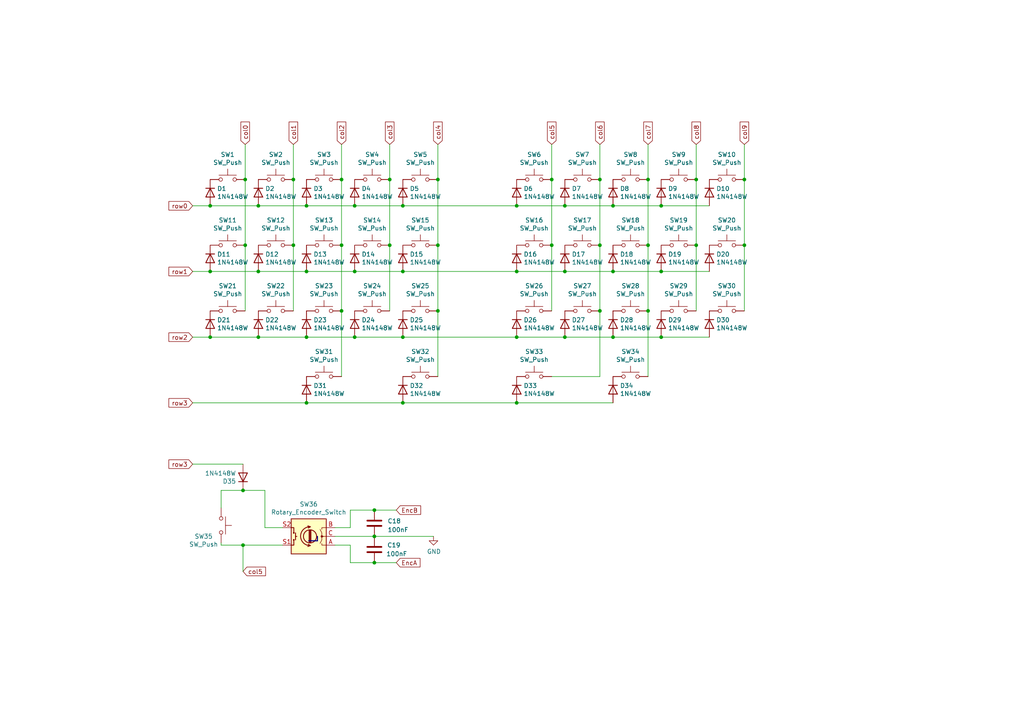
<source format=kicad_sch>
(kicad_sch (version 20230121) (generator eeschema)
  (paper "A4")
  (title_block (title "Hotswap Chiffre") (date "2023-07-13") (rev "0.2.2") (company "sporkus"))
  (lib_symbols
    (symbol "Device:C" (pin_numbers hide) (pin_names (offset 0.254))
      (property "Reference" "C" (at 0.635 2.54 0))
      (property "Value" "C" (at 0.635 -2.54 0))
      (symbol "C_0_1"
        (polyline (pts (xy -2.032 -0.762) (xy 2.032 -0.762)) (stroke (width 0.508)))
        (polyline (pts (xy -2.032 0.762) (xy 2.032 0.762)) (stroke (width 0.508)))
      )
      (symbol "C_1_1"
        (pin passive line (at 0 3.81 270) (length 2.794) (name "~") (number "1"))
        (pin passive line (at 0 -3.81 90) (length 2.794) (name "~") (number "2"))
      )
    )
    (symbol "Diode:1N4148" (pin_numbers hide) (pin_names hide)
      (property "Reference" "D" (at 0 2.54 0))
      (property "Value" "1N4148" (at 0 -2.54 0))
      (symbol "1N4148_0_1"
        (polyline (pts (xy -1.27 1.27) (xy -1.27 -1.27)) (stroke (width 0.254)))
        (polyline (pts (xy 1.27 0) (xy -1.27 0)))
        (polyline (pts (xy 1.27 1.27) (xy 1.27 -1.27) (xy -1.27 0) (xy 1.27 1.27)) (stroke (width 0.254)))
      )
      (symbol "1N4148_1_1"
        (pin passive line (at -3.81 0 0) (length 2.54) (name "K") (number "1"))
        (pin passive line (at 3.81 0 180) (length 2.54) (name "A") (number "2"))
      )
    )
    (symbol "LeChiffre-rescue:Rotary_Encoder_Switch-Device" (pin_names (offset 0.254) hide)
      (property "Reference" "SW" (at 0 6.604 0))
      (property "Value" "Rotary_Encoder_Switch-Device" (at 0 -6.604 0))
      (symbol "Rotary_Encoder_Switch-Device_0_1"
        (rectangle (start -5.08 5.08) (end 5.08 -5.08) (stroke (width 0.254)) (fill (type background)))
        (circle (center -3.81 0) (radius 0.254) (fill (type outline)))
        (arc (start -0.381 -2.794) (mid 2.3376 -0.0635) (end -0.381 2.667) (stroke (width 0.254)))
        (circle (center -0.381 0) (radius 1.905) (stroke (width 0.254)))
        (polyline (pts (xy -0.635 -1.778) (xy -0.635 1.778)) (stroke (width 0.254)))
        (polyline (pts (xy -0.381 -1.778) (xy -0.381 1.778)) (stroke (width 0.254)))
        (polyline (pts (xy -0.127 1.778) (xy -0.127 -1.778)) (stroke (width 0.254)))
        (polyline (pts (xy 3.81 0) (xy 3.429 0)) (stroke (width 0.254)))
        (polyline (pts (xy 3.81 1.016) (xy 3.81 -1.016)) (stroke (width 0.254)))
        (polyline (pts (xy -5.08 -2.54) (xy -3.81 -2.54) (xy -3.81 -2.032)))
        (polyline (pts (xy -5.08 2.54) (xy -3.81 2.54) (xy -3.81 2.032)))
        (polyline (pts (xy 0.254 -3.048) (xy -0.508 -2.794) (xy 0.127 -2.413)) (stroke (width 0.254)))
        (polyline (pts (xy 0.254 2.921) (xy -0.508 2.667) (xy 0.127 2.286)) (stroke (width 0.254)))
        (polyline (pts (xy 5.08 -2.54) (xy 4.318 -2.54) (xy 4.318 -1.016)) (stroke (width 0.254)))
        (polyline (pts (xy 5.08 2.54) (xy 4.318 2.54) (xy 4.318 1.016)) (stroke (width 0.254)))
        (polyline (pts (xy -5.08 0) (xy -3.81 0) (xy -3.81 -1.016) (xy -3.302 -2.032)))
        (polyline (pts (xy -4.318 0) (xy -3.81 0) (xy -3.81 1.016) (xy -3.302 2.032)))
        (circle (center 4.318 -1.016) (radius 0.127) (stroke (width 0.254)))
        (circle (center 4.318 1.016) (radius 0.127) (stroke (width 0.254)))
      )
      (symbol "Rotary_Encoder_Switch-Device_1_1"
        (pin passive line (at -7.62 2.54 0) (length 2.54) (name "A") (number "A"))
        (pin passive line (at -7.62 -2.54 0) (length 2.54) (name "B") (number "B"))
        (pin passive line (at -7.62 0 0) (length 2.54) (name "C") (number "C"))
        (pin passive line (at 7.62 2.54 180) (length 2.54) (name "S1") (number "S1"))
        (pin passive line (at 7.62 -2.54 180) (length 2.54) (name "S2") (number "S2"))
      )
    )
    (symbol "Switch:SW_Push" (pin_numbers hide) (pin_names (offset 1.016) hide)
      (property "Reference" "SW" (at 1.27 2.54 0))
      (property "Value" "SW_Push" (at 0 -1.524 0))
      (symbol "SW_Push_0_1"
        (circle (center -2.032 0) (radius 0.508))
        (polyline (pts (xy 0 1.27) (xy 0 3.048)))
        (polyline (pts (xy 2.54 1.27) (xy -2.54 1.27)))
        (circle (center 2.032 0) (radius 0.508))
        (pin passive line (at -5.08 0 0) (length 2.54) (name "1") (number "1"))
        (pin passive line (at 5.08 0 180) (length 2.54) (name "2") (number "2"))
      )
    )
    (symbol "power:GND" (power) (pin_names (offset 0))
      (property "Value" "GND" (at 0 -3.81 0))
      (symbol "GND_0_1"
        (polyline (pts (xy 0 0) (xy 0 -1.27) (xy 1.27 -1.27) (xy 0 -2.54) (xy -1.27 -1.27) (xy 0 -1.27)))
      )
      (symbol "GND_1_1"
        (pin power_in line (at 0 0 270) (length 0) hide (name "GND") (number "1"))
      )
    )
  )
  (junction (at 187.96 52.07))
  (junction (at 102.87 78.74))
  (junction (at 70.485 142.24))
  (junction (at 191.77 97.79))
  (junction (at 160.02 71.12))
  (junction (at 160.02 52.07))
  (junction (at 116.84 116.84))
  (junction (at 127 90.17))
  (junction (at 74.93 59.69))
  (junction (at 108.585 163.195))
  (junction (at 60.96 59.69))
  (junction (at 127 71.12))
  (junction (at 163.83 97.79))
  (junction (at 108.585 147.955))
  (junction (at 70.485 158.115))
  (junction (at 88.9 97.79))
  (junction (at 149.86 78.74))
  (junction (at 113.03 52.07))
  (junction (at 74.93 97.79))
  (junction (at 71.12 71.12))
  (junction (at 191.77 78.74))
  (junction (at 99.06 90.17))
  (junction (at 177.8 59.69))
  (junction (at 187.96 71.12))
  (junction (at 99.06 52.07))
  (junction (at 215.9 71.12))
  (junction (at 85.09 71.12))
  (junction (at 60.96 78.74))
  (junction (at 102.87 59.69))
  (junction (at 201.93 71.12))
  (junction (at 108.585 155.575))
  (junction (at 187.96 90.17))
  (junction (at 163.83 59.69))
  (junction (at 88.9 78.74))
  (junction (at 88.9 116.84))
  (junction (at 60.96 97.79))
  (junction (at 71.12 52.07))
  (junction (at 149.86 59.69))
  (junction (at 191.77 59.69))
  (junction (at 149.86 116.84))
  (junction (at 74.93 78.74))
  (junction (at 173.99 71.12))
  (junction (at 88.9 59.69))
  (junction (at 85.09 52.07))
  (junction (at 215.9 52.07))
  (junction (at 116.84 59.69))
  (junction (at 173.99 52.07))
  (junction (at 116.84 97.79))
  (junction (at 201.93 52.07))
  (junction (at 177.8 97.79))
  (junction (at 116.84 78.74))
  (junction (at 113.03 71.12))
  (junction (at 149.86 97.79))
  (junction (at 127 52.07))
  (junction (at 173.99 90.17))
  (junction (at 99.06 71.12))
  (junction (at 163.83 78.74))
  (junction (at 102.87 97.79))
  (junction (at 177.8 78.74))
  (wire (pts (xy 149.86 59.69) (xy 163.83 59.69)))
  (wire (pts (xy 113.03 52.07) (xy 113.03 71.12)))
  (wire (pts (xy 108.585 147.955) (xy 101.6 147.955)))
  (wire (pts (xy 163.83 59.69) (xy 177.8 59.69)))
  (wire (pts (xy 127 71.12) (xy 127 90.17)))
  (wire (pts (xy 102.87 97.79) (xy 116.84 97.79)))
  (bus (pts (xy 92.075 155.575) (xy 92.075 156.845)))
  (wire (pts (xy 99.06 41.91) (xy 99.06 52.07)))
  (wire (pts (xy 70.485 158.115) (xy 81.915 158.115)))
  (wire (pts (xy 160.02 52.07) (xy 160.02 71.12)))
  (wire (pts (xy 127 41.91) (xy 127 52.07)))
  (wire (pts (xy 108.585 155.575) (xy 125.73 155.575)))
  (wire (pts (xy 191.77 97.79) (xy 205.74 97.79)))
  (wire (pts (xy 201.93 52.07) (xy 201.93 71.12)))
  (wire (pts (xy 85.09 71.12) (xy 85.09 90.17)))
  (wire (pts (xy 99.06 90.17) (xy 99.06 109.22)))
  (wire (pts (xy 173.99 90.17) (xy 173.99 109.22)))
  (wire (pts (xy 76.835 153.035) (xy 81.915 153.035)))
  (wire (pts (xy 71.12 71.12) (xy 71.12 90.17)))
  (wire (pts (xy 173.99 41.91) (xy 173.99 52.07)))
  (wire (pts (xy 116.84 59.69) (xy 149.86 59.69)))
  (wire (pts (xy 173.99 52.07) (xy 173.99 71.12)))
  (wire (pts (xy 70.485 158.115) (xy 70.485 165.735)))
  (wire (pts (xy 187.96 41.91) (xy 187.96 52.07)))
  (wire (pts (xy 101.6 147.955) (xy 101.6 153.035)))
  (wire (pts (xy 74.93 78.74) (xy 88.9 78.74)))
  (bus (pts (xy 92.075 156.845) (xy 89.535 156.845)))
  (wire (pts (xy 116.84 116.84) (xy 149.86 116.84)))
  (wire (pts (xy 64.135 158.115) (xy 70.485 158.115)))
  (wire (pts (xy 108.585 147.955) (xy 114.935 147.955)))
  (wire (pts (xy 113.03 41.91) (xy 113.03 52.07)))
  (wire (pts (xy 116.84 78.74) (xy 149.86 78.74)))
  (wire (pts (xy 149.86 78.74) (xy 163.83 78.74)))
  (wire (pts (xy 55.88 97.79) (xy 60.96 97.79)))
  (wire (pts (xy 163.83 97.79) (xy 177.8 97.79)))
  (wire (pts (xy 215.9 71.12) (xy 215.9 90.17)))
  (wire (pts (xy 88.9 116.84) (xy 116.84 116.84)))
  (wire (pts (xy 215.9 41.91) (xy 215.9 52.07)))
  (wire (pts (xy 160.02 71.12) (xy 160.02 90.17)))
  (wire (pts (xy 55.88 116.84) (xy 88.9 116.84)))
  (wire (pts (xy 55.88 78.74) (xy 60.96 78.74)))
  (wire (pts (xy 74.93 59.69) (xy 88.9 59.69)))
  (wire (pts (xy 113.03 71.12) (xy 113.03 90.17)))
  (wire (pts (xy 191.77 59.69) (xy 205.74 59.69)))
  (wire (pts (xy 55.88 59.69) (xy 60.96 59.69)))
  (wire (pts (xy 201.93 71.12) (xy 201.93 90.17)))
  (wire (pts (xy 88.9 59.69) (xy 102.87 59.69)))
  (wire (pts (xy 102.87 78.74) (xy 116.84 78.74)))
  (wire (pts (xy 64.135 158.115) (xy 64.135 157.48)))
  (wire (pts (xy 215.9 52.07) (xy 215.9 71.12)))
  (wire (pts (xy 88.9 97.79) (xy 102.87 97.79)))
  (wire (pts (xy 64.135 147.32) (xy 64.135 142.24)))
  (wire (pts (xy 187.96 52.07) (xy 187.96 71.12)))
  (wire (pts (xy 60.96 97.79) (xy 74.93 97.79)))
  (wire (pts (xy 127 90.17) (xy 127 109.22)))
  (wire (pts (xy 177.8 97.79) (xy 191.77 97.79)))
  (wire (pts (xy 173.99 109.22) (xy 160.02 109.22)))
  (wire (pts (xy 101.6 163.195) (xy 108.585 163.195)))
  (wire (pts (xy 173.99 71.12) (xy 173.99 90.17)))
  (wire (pts (xy 116.84 97.79) (xy 149.86 97.79)))
  (wire (pts (xy 187.96 71.12) (xy 187.96 90.17)))
  (wire (pts (xy 85.09 41.91) (xy 85.09 52.07)))
  (wire (pts (xy 108.585 155.575) (xy 97.155 155.575)))
  (wire (pts (xy 149.86 116.84) (xy 177.8 116.84)))
  (wire (pts (xy 70.485 142.24) (xy 76.835 142.24)))
  (wire (pts (xy 101.6 158.115) (xy 97.155 158.115)))
  (wire (pts (xy 160.02 41.91) (xy 160.02 52.07)))
  (wire (pts (xy 101.6 163.195) (xy 101.6 158.115)))
  (wire (pts (xy 71.12 52.07) (xy 71.12 71.12)))
  (wire (pts (xy 108.585 163.195) (xy 114.935 163.195)))
  (wire (pts (xy 85.09 52.07) (xy 85.09 71.12)))
  (wire (pts (xy 88.9 78.74) (xy 102.87 78.74)))
  (wire (pts (xy 127 52.07) (xy 127 71.12)))
  (wire (pts (xy 99.06 52.07) (xy 99.06 71.12)))
  (wire (pts (xy 163.83 78.74) (xy 177.8 78.74)))
  (wire (pts (xy 201.93 41.91) (xy 201.93 52.07)))
  (wire (pts (xy 99.06 71.12) (xy 99.06 90.17)))
  (wire (pts (xy 64.135 142.24) (xy 70.485 142.24)))
  (wire (pts (xy 191.77 78.74) (xy 205.74 78.74)))
  (wire (pts (xy 177.8 59.69) (xy 191.77 59.69)))
  (wire (pts (xy 71.12 52.07) (xy 71.12 41.91)))
  (wire (pts (xy 76.835 142.24) (xy 76.835 153.035)))
  (wire (pts (xy 149.86 97.79) (xy 163.83 97.79)))
  (wire (pts (xy 187.96 90.17) (xy 187.96 109.22)))
  (wire (pts (xy 55.88 134.62) (xy 70.485 134.62)))
  (wire (pts (xy 177.8 78.74) (xy 191.77 78.74)))
  (wire (pts (xy 101.6 153.035) (xy 97.155 153.035)))
  (wire (pts (xy 60.96 78.74) (xy 74.93 78.74)))
  (wire (pts (xy 74.93 97.79) (xy 88.9 97.79)))
  (wire (pts (xy 102.87 59.69) (xy 116.84 59.69)))
  (wire (pts (xy 60.96 59.69) (xy 74.93 59.69)))
  (global_label "col7" (shape input) (at 187.96 41.91 90) (property "Intersheetrefs" "${INTERSHEET_REFS}" (effects hide)))
  (global_label "col2" (shape input) (at 99.06 41.91 90) (property "Intersheetrefs" "${INTERSHEET_REFS}" (effects hide)))
  (global_label "col8" (shape input) (at 201.93 41.91 90) (property "Intersheetrefs" "${INTERSHEET_REFS}" (effects hide)))
  (global_label "EncB" (shape input) (at 114.935 147.955 0) (property "Intersheetrefs" "${INTERSHEET_REFS}" (effects hide)))
  (global_label "col0" (shape input) (at 71.12 41.91 90) (property "Intersheetrefs" "${INTERSHEET_REFS}" (effects hide)))
  (global_label "col3" (shape input) (at 113.03 41.91 90) (property "Intersheetrefs" "${INTERSHEET_REFS}" (effects hide)))
  (global_label "col4" (shape input) (at 127 41.91 90) (property "Intersheetrefs" "${INTERSHEET_REFS}" (effects hide)))
  (global_label "row1" (shape input) (at 55.88 78.74 180) (property "Intersheetrefs" "${INTERSHEET_REFS}" (effects hide)))
  (global_label "row2" (shape input) (at 55.88 97.79 180) (property "Intersheetrefs" "${INTERSHEET_REFS}" (effects hide)))
  (global_label "row3" (shape input) (at 55.88 116.84 180) (property "Intersheetrefs" "${INTERSHEET_REFS}" (effects hide)))
  (global_label "col1" (shape input) (at 85.09 41.91 90) (property "Intersheetrefs" "${INTERSHEET_REFS}" (effects hide)))
  (global_label "col5" (shape input) (at 70.485 165.735 0) (property "Intersheetrefs" "${INTERSHEET_REFS}" (effects hide)))
  (global_label "col5" (shape input) (at 160.02 41.91 90) (property "Intersheetrefs" "${INTERSHEET_REFS}" (effects hide)))
  (global_label "row0" (shape input) (at 55.88 59.69 180) (property "Intersheetrefs" "${INTERSHEET_REFS}" (effects hide)))
  (global_label "col9" (shape input) (at 215.9 41.91 90) (property "Intersheetrefs" "${INTERSHEET_REFS}" (effects hide)))
  (global_label "EncA" (shape input) (at 114.935 163.195 0) (property "Intersheetrefs" "${INTERSHEET_REFS}" (effects hide)))
  (global_label "row3" (shape input) (at 55.88 134.62 180) (property "Intersheetrefs" "${INTERSHEET_REFS}" (effects hide)))
  (global_label "col6" (shape input) (at 173.99 41.91 90) (property "Intersheetrefs" "${INTERSHEET_REFS}" (effects hide)))
  (symbol (lib_id "Diode:1N4148") (at 205.74 74.93 270) (unit 1)
    (property "Reference" "D20" (at 207.7466 73.7616 90) (effects (justify left)))
    (property "Value" "1N4148W" (at 207.7466 76.073 90) (effects (justify left)))
    (property "Footprint" "Diode_SMD:D_SOD-123" (effects hide))
    (property "Datasheet" "https://assets.nexperia.com/documents/data-sheet/1N4148_1N4448.pdf" (effects hide))
    (property "JlcRotOffset" "-14" (effects hide))
    (instances (project "stm32_hotswap_chiffre" (path "" (reference "D20") (unit 1))) (project "LeChiffre" (path "" (reference "D?") (unit 1))) (project "typomatrix_stm32" (path "" (reference "D20") (unit 1))))
  )
  (symbol (lib_id "Diode:1N4148") (at 102.87 74.93 270) (unit 1)
    (property "Reference" "D14" (at 104.8766 73.7616 90) (effects (justify left)))
    (property "Value" "1N4148W" (at 104.8766 76.073 90) (effects (justify left)))
    (property "Footprint" "Diode_SMD:D_SOD-123" (effects hide))
    (property "Datasheet" "https://assets.nexperia.com/documents/data-sheet/1N4148_1N4448.pdf" (effects hide))
    (property "JlcRotOffset" "14" (effects hide))
    (instances (project "stm32_hotswap_chiffre" (path "" (reference "D14") (unit 1))) (project "LeChiffre" (path "" (reference "D?") (unit 1))) (project "typomatrix_stm32" (path "" (reference "D14") (unit 1))))
  )
  (symbol (lib_id "Diode:1N4148") (at 177.8 113.03 270) (unit 1)
    (property "Reference" "D34" (at 179.8066 111.8616 90) (effects (justify left)))
    (property "Value" "1N4148W" (at 179.8066 114.173 90) (effects (justify left)))
    (property "Footprint" "Diode_SMD:D_SOD-123" (effects hide))
    (property "Datasheet" "https://assets.nexperia.com/documents/data-sheet/1N4148_1N4448.pdf" (effects hide))
    (property "JlcRotOffset" "-14" (effects hide))
    (instances (project "stm32_hotswap_chiffre" (path "" (reference "D34") (unit 1))) (project "LeChiffre" (path "" (reference "D?") (unit 1))) (project "typomatrix_stm32" (path "" (reference "D34") (unit 1))))
  )
  (symbol (lib_id "Diode:1N4148") (at 70.485 138.43 90) (unit 1)
    (property "Reference" "D35" (at 68.4784 139.5984 90) (effects (justify left)))
    (property "Value" "1N4148W" (at 68.4784 137.287 90) (effects (justify left)))
    (property "Footprint" "Diode_SMD:D_SOD-123" (effects hide))
    (property "Datasheet" "https://assets.nexperia.com/documents/data-sheet/1N4148_1N4448.pdf" (effects hide))
    (property "JlcRotOffset" "0" (effects hide))
    (instances (project "stm32_hotswap_chiffre" (path "" (reference "D35") (unit 1))) (project "LeChiffre" (path "" (reference "D?") (unit 1))) (project "typomatrix_stm32" (path "" (reference "D35") (unit 1))))
  )
  (symbol (lib_id "Switch:SW_Push") (at 64.135 152.4 270) (unit 1)
    (property "Reference" "SW35" (at 59.055 155.575 90))
    (property "Value" "SW_Push" (at 59.055 157.8864 90))
    (property "Footprint" "MX_Alps_Hybrid:MX-Alps-Hybrid-1U" (effects hide))
    (property "exclude_pcba" "true" (effects hide))
    (instances (project "stm32_hotswap_chiffre" (path "" (reference "SW35") (unit 1))) (project "LeChiffre" (path "" (reference "SW?") (unit 1))) (project "typomatrix_stm32" (path "" (reference "SW35") (unit 1))))
  )
  (symbol (lib_id "Switch:SW_Push") (at 80.01 90.17 0) (unit 1)
    (property "Reference" "SW22" (at 80.01 82.931 0))
    (property "Value" "SW_Push" (at 80.01 85.2424 0))
    (property "Footprint" "MX_hotswap_alps:MX-Hotswap-Alps-1U" (effects hide))
    (property "exclude_pcba" "true" (effects hide))
    (instances (project "stm32_hotswap_chiffre" (path "" (reference "SW22") (unit 1))) (project "LeChiffre" (path "" (reference "SW?") (unit 1))) (project "typomatrix_stm32" (path "" (reference "SW22") (unit 1))))
  )
  (symbol (lib_id "Diode:1N4148") (at 116.84 55.88 270) (unit 1)
    (property "Reference" "D5" (at 118.8466 54.7116 90) (effects (justify left)))
    (property "Value" "1N4148W" (at 118.8466 57.023 90) (effects (justify left)))
    (property "Footprint" "Diode_SMD:D_SOD-123" (effects hide))
    (property "Datasheet" "https://assets.nexperia.com/documents/data-sheet/1N4148_1N4448.pdf" (effects hide))
    (property "JlcRotOffset" "14" (effects hide))
    (instances (project "stm32_hotswap_chiffre" (path "" (reference "D5") (unit 1))) (project "LeChiffre" (path "" (reference "D?") (unit 1))) (project "typomatrix_stm32" (path "" (reference "D5") (unit 1))))
  )
  (symbol (lib_id "Diode:1N4148") (at 88.9 93.98 270) (unit 1)
    (property "Reference" "D23" (at 90.9066 92.8116 90) (effects (justify left)))
    (property "Value" "1N4148W" (at 90.9066 95.123 90) (effects (justify left)))
    (property "Footprint" "Diode_SMD:D_SOD-123" (effects hide))
    (property "Datasheet" "https://assets.nexperia.com/documents/data-sheet/1N4148_1N4448.pdf" (effects hide))
    (property "JlcRotOffset" "14" (effects hide))
    (instances (project "stm32_hotswap_chiffre" (path "" (reference "D23") (unit 1))) (project "LeChiffre" (path "" (reference "D?") (unit 1))) (project "typomatrix_stm32" (path "" (reference "D23") (unit 1))))
  )
  (symbol (lib_id "Diode:1N4148") (at 74.93 74.93 270) (unit 1)
    (property "Reference" "D12" (at 76.9366 73.7616 90) (effects (justify left)))
    (property "Value" "1N4148W" (at 76.9366 76.073 90) (effects (justify left)))
    (property "Footprint" "Diode_SMD:D_SOD-123" (effects hide))
    (property "Datasheet" "https://assets.nexperia.com/documents/data-sheet/1N4148_1N4448.pdf" (effects hide))
    (property "JlcRotOffset" "14" (effects hide))
    (instances (project "stm32_hotswap_chiffre" (path "" (reference "D12") (unit 1))) (project "LeChiffre" (path "" (reference "D?") (unit 1))) (project "typomatrix_stm32" (path "" (reference "D12") (unit 1))))
  )
  (symbol (lib_id "Switch:SW_Push") (at 196.85 71.12 0) (unit 1)
    (property "Reference" "SW19" (at 196.85 63.881 0))
    (property "Value" "SW_Push" (at 196.85 66.1924 0))
    (property "Footprint" "MX_hotswap_alps:MX-Hotswap-Alps-1U" (effects hide))
    (property "exclude_pcba" "true" (effects hide))
    (instances (project "stm32_hotswap_chiffre" (path "" (reference "SW19") (unit 1))) (project "LeChiffre" (path "" (reference "SW?") (unit 1))) (project "typomatrix_stm32" (path "" (reference "SW19") (unit 1))))
  )
  (symbol (lib_id "Switch:SW_Push") (at 121.92 71.12 0) (unit 1)
    (property "Reference" "SW15" (at 121.92 63.881 0))
    (property "Value" "SW_Push" (at 121.92 66.1924 0))
    (property "Footprint" "MX_hotswap_alps:MX-Hotswap-Alps-1U" (effects hide))
    (property "exclude_pcba" "true" (effects hide))
    (instances (project "stm32_hotswap_chiffre" (path "" (reference "SW15") (unit 1))) (project "LeChiffre" (path "" (reference "SW?") (unit 1))) (project "typomatrix_stm32" (path "" (reference "SW15") (unit 1))))
  )
  (symbol (lib_id "Device:C") (at 108.585 151.765 0) (unit 1)
    (property "Reference" "C18" (at 112.395 151.13 0) (effects (justify left)))
    (property "Value" "100nF" (at 112.395 153.67 0) (effects (justify left)))
    (property "Footprint" "Capacitor_SMD:C_0402_1005Metric" (effects hide))
    (property "LCSC" "C307331" (effects hide))
    (instances (project "key_matrix" (path "" (reference "C18") (unit 1))) (project "bully" (path "" (reference "C18") (unit 1))) (project "stm32_hotswap_chiffre" (path "" (reference "C9") (unit 1))) (project "typomatrix_stm32" (path "" (reference "C18") (unit 1))))
  )
  (symbol (lib_id "Diode:1N4148") (at 177.8 93.98 270) (unit 1)
    (property "Reference" "D28" (at 179.8066 92.8116 90) (effects (justify left)))
    (property "Value" "1N4148W" (at 179.8066 95.123 90) (effects (justify left)))
    (property "Footprint" "Diode_SMD:D_SOD-123" (effects hide))
    (property "Datasheet" "https://assets.nexperia.com/documents/data-sheet/1N4148_1N4448.pdf" (effects hide))
    (property "JlcRotOffset" "-14" (effects hide))
    (instances (project "stm32_hotswap_chiffre" (path "" (reference "D28") (unit 1))) (project "LeChiffre" (path "" (reference "D?") (unit 1))) (project "typomatrix_stm32" (path "" (reference "D28") (unit 1))))
  )
  (symbol (lib_id "Diode:1N4148") (at 149.86 113.03 270) (unit 1)
    (property "Reference" "D33" (at 151.8666 111.8616 90) (effects (justify left)))
    (property "Value" "1N4148W" (at 151.8666 114.173 90) (effects (justify left)))
    (property "Footprint" "Diode_SMD:D_SOD-123" (effects hide))
    (property "Datasheet" "https://assets.nexperia.com/documents/data-sheet/1N4148_1N4448.pdf" (effects hide))
    (property "JlcRotOffset" "-14" (effects hide))
    (instances (project "stm32_hotswap_chiffre" (path "" (reference "D33") (unit 1))) (project "LeChiffre" (path "" (reference "D?") (unit 1))) (project "typomatrix_stm32" (path "" (reference "D33") (unit 1))))
  )
  (symbol (lib_id "Switch:SW_Push") (at 182.88 71.12 0) (unit 1)
    (property "Reference" "SW18" (at 182.88 63.881 0))
    (property "Value" "SW_Push" (at 182.88 66.1924 0))
    (property "Footprint" "MX_hotswap_alps:MX-Hotswap-Alps-1U" (effects hide))
    (property "exclude_pcba" "true" (effects hide))
    (instances (project "stm32_hotswap_chiffre" (path "" (reference "SW18") (unit 1))) (project "LeChiffre" (path "" (reference "SW?") (unit 1))) (project "typomatrix_stm32" (path "" (reference "SW18") (unit 1))))
  )
  (symbol (lib_id "Switch:SW_Push") (at 182.88 109.22 0) (unit 1)
    (property "Reference" "SW34" (at 182.88 101.981 0))
    (property "Value" "SW_Push" (at 182.88 104.2924 0))
    (property "Footprint" "MX_hotswap_alps:MX-Hotswap-Alps-1.25U" (effects hide))
    (property "exclude_pcba" "true" (effects hide))
    (instances (project "stm32_hotswap_chiffre" (path "" (reference "SW34") (unit 1))) (project "LeChiffre" (path "" (reference "SW?") (unit 1))) (project "typomatrix_stm32" (path "" (reference "SW34") (unit 1))))
  )
  (symbol (lib_id "Switch:SW_Push") (at 168.91 90.17 0) (unit 1)
    (property "Reference" "SW27" (at 168.91 82.931 0))
    (property "Value" "SW_Push" (at 168.91 85.2424 0))
    (property "Footprint" "MX_hotswap_alps:MX-Hotswap-Alps-1U" (effects hide))
    (property "exclude_pcba" "true" (effects hide))
    (instances (project "stm32_hotswap_chiffre" (path "" (reference "SW27") (unit 1))) (project "LeChiffre" (path "" (reference "SW?") (unit 1))) (project "typomatrix_stm32" (path "" (reference "SW27") (unit 1))))
  )
  (symbol (lib_id "Switch:SW_Push") (at 210.82 52.07 0) (unit 1)
    (property "Reference" "SW10" (at 210.82 44.831 0))
    (property "Value" "SW_Push" (at 210.82 47.1424 0))
    (property "Footprint" "MX_hotswap_alps:MX-Hotswap-Alps-1U" (effects hide))
    (property "exclude_pcba" "true" (effects hide))
    (instances (project "stm32_hotswap_chiffre" (path "" (reference "SW10") (unit 1))) (project "LeChiffre" (path "" (reference "SW?") (unit 1))) (project "typomatrix_stm32" (path "" (reference "SW10") (unit 1))))
  )
  (symbol (lib_id "Diode:1N4148") (at 149.86 93.98 270) (unit 1)
    (property "Reference" "D26" (at 151.8666 92.8116 90) (effects (justify left)))
    (property "Value" "1N4148W" (at 151.8666 95.123 90) (effects (justify left)))
    (property "Footprint" "Diode_SMD:D_SOD-123" (effects hide))
    (property "Datasheet" "https://assets.nexperia.com/documents/data-sheet/1N4148_1N4448.pdf" (effects hide))
    (property "JlcRotOffset" "-14" (effects hide))
    (instances (project "stm32_hotswap_chiffre" (path "" (reference "D26") (unit 1))) (project "LeChiffre" (path "" (reference "D?") (unit 1))) (project "typomatrix_stm32" (path "" (reference "D26") (unit 1))))
  )
  (symbol (lib_id "Switch:SW_Push") (at 93.98 71.12 0) (unit 1)
    (property "Reference" "SW13" (at 93.98 63.881 0))
    (property "Value" "SW_Push" (at 93.98 66.1924 0))
    (property "Footprint" "MX_hotswap_alps:MX-Hotswap-Alps-1U" (effects hide))
    (property "exclude_pcba" "true" (effects hide))
    (instances (project "stm32_hotswap_chiffre" (path "" (reference "SW13") (unit 1))) (project "LeChiffre" (path "" (reference "SW?") (unit 1))) (project "typomatrix_stm32" (path "" (reference "SW13") (unit 1))))
  )
  (symbol (lib_id "Switch:SW_Push") (at 107.95 71.12 0) (unit 1)
    (property "Reference" "SW14" (at 107.95 63.881 0))
    (property "Value" "SW_Push" (at 107.95 66.1924 0))
    (property "Footprint" "MX_hotswap_alps:MX-Hotswap-Alps-1U" (effects hide))
    (property "exclude_pcba" "true" (effects hide))
    (instances (project "stm32_hotswap_chiffre" (path "" (reference "SW14") (unit 1))) (project "LeChiffre" (path "" (reference "SW?") (unit 1))) (project "typomatrix_stm32" (path "" (reference "SW14") (unit 1))))
  )
  (symbol (lib_id "Switch:SW_Push") (at 107.95 90.17 0) (unit 1)
    (property "Reference" "SW24" (at 107.95 82.931 0))
    (property "Value" "SW_Push" (at 107.95 85.2424 0))
    (property "Footprint" "MX_hotswap_alps:MX-Hotswap-Alps-1U" (effects hide))
    (property "exclude_pcba" "true" (effects hide))
    (instances (project "stm32_hotswap_chiffre" (path "" (reference "SW24") (unit 1))) (project "LeChiffre" (path "" (reference "SW?") (unit 1))) (project "typomatrix_stm32" (path "" (reference "SW24") (unit 1))))
  )
  (symbol (lib_id "Switch:SW_Push") (at 66.04 52.07 0) (unit 1)
    (property "Reference" "SW1" (at 66.04 44.831 0))
    (property "Value" "SW_Push" (at 66.04 47.1424 0))
    (property "Footprint" "MX_hotswap_alps:MX-Hotswap-Alps-1U" (effects hide))
    (property "exclude_pcba" "true" (effects hide))
    (instances (project "stm32_hotswap_chiffre" (path "" (reference "SW1") (unit 1))) (project "LeChiffre" (path "" (reference "SW?") (unit 1))) (project "typomatrix_stm32" (path "" (reference "SW1") (unit 1))))
  )
  (symbol (lib_id "Switch:SW_Push") (at 80.01 52.07 0) (unit 1)
    (property "Reference" "SW2" (at 80.01 44.831 0))
    (property "Value" "SW_Push" (at 80.01 47.1424 0))
    (property "Footprint" "MX_hotswap_alps:MX-Hotswap-Alps-1U" (effects hide))
    (property "exclude_pcba" "true" (effects hide))
    (instances (project "stm32_hotswap_chiffre" (path "" (reference "SW2") (unit 1))) (project "LeChiffre" (path "" (reference "SW?") (unit 1))) (project "typomatrix_stm32" (path "" (reference "SW2") (unit 1))))
  )
  (symbol (lib_id "Switch:SW_Push") (at 196.85 90.17 0) (unit 1)
    (property "Reference" "SW29" (at 196.85 82.931 0))
    (property "Value" "SW_Push" (at 196.85 85.2424 0))
    (property "Footprint" "MX_hotswap_alps:MX-Hotswap-Alps-1U" (effects hide))
    (property "exclude_pcba" "true" (effects hide))
    (instances (project "stm32_hotswap_chiffre" (path "" (reference "SW29") (unit 1))) (project "LeChiffre" (path "" (reference "SW?") (unit 1))) (project "typomatrix_stm32" (path "" (reference "SW29") (unit 1))))
  )
  (symbol (lib_id "Diode:1N4148") (at 88.9 74.93 270) (unit 1)
    (property "Reference" "D13" (at 90.9066 73.7616 90) (effects (justify left)))
    (property "Value" "1N4148W" (at 90.9066 76.073 90) (effects (justify left)))
    (property "Footprint" "Diode_SMD:D_SOD-123" (effects hide))
    (property "Datasheet" "https://assets.nexperia.com/documents/data-sheet/1N4148_1N4448.pdf" (effects hide))
    (property "JlcRotOffset" "14" (effects hide))
    (instances (project "stm32_hotswap_chiffre" (path "" (reference "D13") (unit 1))) (project "LeChiffre" (path "" (reference "D?") (unit 1))) (project "typomatrix_stm32" (path "" (reference "D13") (unit 1))))
  )
  (symbol (lib_id "Switch:SW_Push") (at 154.94 71.12 0) (unit 1)
    (property "Reference" "SW16" (at 154.94 63.881 0))
    (property "Value" "SW_Push" (at 154.94 66.1924 0))
    (property "Footprint" "MX_hotswap_alps:MX-Hotswap-Alps-1U" (effects hide))
    (property "exclude_pcba" "true" (effects hide))
    (instances (project "stm32_hotswap_chiffre" (path "" (reference "SW16") (unit 1))) (project "LeChiffre" (path "" (reference "SW?") (unit 1))) (project "typomatrix_stm32" (path "" (reference "SW16") (unit 1))))
  )
  (symbol (lib_id "Switch:SW_Push") (at 168.91 52.07 0) (unit 1)
    (property "Reference" "SW7" (at 168.91 44.831 0))
    (property "Value" "SW_Push" (at 168.91 47.1424 0))
    (property "Footprint" "MX_hotswap_alps:MX-Hotswap-Alps-1U" (effects hide))
    (property "exclude_pcba" "true" (effects hide))
    (instances (project "stm32_hotswap_chiffre" (path "" (reference "SW7") (unit 1))) (project "LeChiffre" (path "" (reference "SW?") (unit 1))) (project "typomatrix_stm32" (path "" (reference "SW7") (unit 1))))
  )
  (symbol (lib_id "Switch:SW_Push") (at 154.94 109.22 0) (unit 1)
    (property "Reference" "SW33" (at 154.94 101.981 0))
    (property "Value" "SW_Push" (at 154.94 104.2924 0))
    (property "Footprint" "MX_hotswap_alps:MX-Hotswap-Alps-2U" (effects hide))
    (property "exclude_pcba" "true" (effects hide))
    (instances (project "stm32_hotswap_chiffre" (path "" (reference "SW33") (unit 1))) (project "LeChiffre" (path "" (reference "SW?") (unit 1))) (project "typomatrix_stm32" (path "" (reference "SW33") (unit 1))))
  )
  (symbol (lib_id "Switch:SW_Push") (at 121.92 52.07 0) (unit 1)
    (property "Reference" "SW5" (at 121.92 44.831 0))
    (property "Value" "SW_Push" (at 121.92 47.1424 0))
    (property "Footprint" "MX_hotswap_alps:MX-Hotswap-Alps-1U" (effects hide))
    (property "exclude_pcba" "true" (effects hide))
    (instances (project "stm32_hotswap_chiffre" (path "" (reference "SW5") (unit 1))) (project "LeChiffre" (path "" (reference "SW?") (unit 1))) (project "typomatrix_stm32" (path "" (reference "SW5") (unit 1))))
  )
  (symbol (lib_id "Switch:SW_Push") (at 121.92 109.22 0) (unit 1)
    (property "Reference" "SW32" (at 121.92 101.981 0))
    (property "Value" "SW_Push" (at 121.92 104.2924 0))
    (property "Footprint" "MX_hotswap_alps:MX-Hotswap-Alps-2U" (effects hide))
    (property "exclude_pcba" "true" (effects hide))
    (instances (project "stm32_hotswap_chiffre" (path "" (reference "SW32") (unit 1))) (project "LeChiffre" (path "" (reference "SW?") (unit 1))) (project "typomatrix_stm32" (path "" (reference "SW32") (unit 1))))
  )
  (symbol (lib_id "Diode:1N4148") (at 116.84 113.03 270) (unit 1)
    (property "Reference" "D32" (at 118.8466 111.8616 90) (effects (justify left)))
    (property "Value" "1N4148W" (at 118.8466 114.173 90) (effects (justify left)))
    (property "Footprint" "Diode_SMD:D_SOD-123" (effects hide))
    (property "Datasheet" "https://assets.nexperia.com/documents/data-sheet/1N4148_1N4448.pdf" (effects hide))
    (property "JlcRotOffset" "14" (effects hide))
    (instances (project "stm32_hotswap_chiffre" (path "" (reference "D32") (unit 1))) (project "LeChiffre" (path "" (reference "D?") (unit 1))) (project "typomatrix_stm32" (path "" (reference "D32") (unit 1))))
  )
  (symbol (lib_id "Device:C") (at 108.585 159.385 0) (mirror x) (unit 1)
    (property "Reference" "C19" (at 116.205 158.115 0) (effects (justify right)))
    (property "Value" "100nF" (at 118.11 160.655 0) (effects (justify right)))
    (property "Footprint" "Capacitor_SMD:C_0402_1005Metric" (effects hide))
    (property "LCSC" "C307331" (effects hide))
    (instances (project "key_matrix" (path "" (reference "C19") (unit 1))) (project "bully" (path "" (reference "C19") (unit 1))) (project "stm32_hotswap_chiffre" (path "" (reference "C10") (unit 1))) (project "typomatrix_stm32" (path "" (reference "C19") (unit 1))))
  )
  (symbol (lib_id "Diode:1N4148") (at 163.83 55.88 270) (unit 1)
    (property "Reference" "D7" (at 165.8366 54.7116 90) (effects (justify left)))
    (property "Value" "1N4148W" (at 165.8366 57.023 90) (effects (justify left)))
    (property "Footprint" "Diode_SMD:D_SOD-123" (effects hide))
    (property "Datasheet" "https://assets.nexperia.com/documents/data-sheet/1N4148_1N4448.pdf" (effects hide))
    (property "JlcRotOffset" "-14" (effects hide))
    (instances (project "stm32_hotswap_chiffre" (path "" (reference "D7") (unit 1))) (project "LeChiffre" (path "" (reference "D?") (unit 1))) (project "typomatrix_stm32" (path "" (reference "D7") (unit 1))))
  )
  (symbol (lib_id "Diode:1N4148") (at 102.87 93.98 270) (unit 1)
    (property "Reference" "D24" (at 104.8766 92.8116 90) (effects (justify left)))
    (property "Value" "1N4148W" (at 104.8766 95.123 90) (effects (justify left)))
    (property "Footprint" "Diode_SMD:D_SOD-123" (effects hide))
    (property "Datasheet" "https://assets.nexperia.com/documents/data-sheet/1N4148_1N4448.pdf" (effects hide))
    (property "JlcRotOffset" "14" (effects hide))
    (instances (project "stm32_hotswap_chiffre" (path "" (reference "D24") (unit 1))) (project "LeChiffre" (path "" (reference "D?") (unit 1))) (project "typomatrix_stm32" (path "" (reference "D24") (unit 1))))
  )
  (symbol (lib_id "Switch:SW_Push") (at 154.94 52.07 0) (unit 1)
    (property "Reference" "SW6" (at 154.94 44.831 0))
    (property "Value" "SW_Push" (at 154.94 47.1424 0))
    (property "Footprint" "MX_hotswap_alps:MX-Hotswap-Alps-1U" (effects hide))
    (property "exclude_pcba" "true" (effects hide))
    (instances (project "stm32_hotswap_chiffre" (path "" (reference "SW6") (unit 1))) (project "LeChiffre" (path "" (reference "SW?") (unit 1))) (project "typomatrix_stm32" (path "" (reference "SW6") (unit 1))))
  )
  (symbol (lib_id "Diode:1N4148") (at 74.93 93.98 270) (unit 1)
    (property "Reference" "D22" (at 76.9366 92.8116 90) (effects (justify left)))
    (property "Value" "1N4148W" (at 76.9366 95.123 90) (effects (justify left)))
    (property "Footprint" "Diode_SMD:D_SOD-123" (effects hide))
    (property "Datasheet" "https://assets.nexperia.com/documents/data-sheet/1N4148_1N4448.pdf" (effects hide))
    (property "JlcRotOffset" "14" (effects hide))
    (instances (project "stm32_hotswap_chiffre" (path "" (reference "D22") (unit 1))) (project "LeChiffre" (path "" (reference "D?") (unit 1))) (project "typomatrix_stm32" (path "" (reference "D22") (unit 1))))
  )
  (symbol (lib_id "Switch:SW_Push") (at 66.04 71.12 0) (unit 1)
    (property "Reference" "SW11" (at 66.04 63.881 0))
    (property "Value" "SW_Push" (at 66.04 66.1924 0))
    (property "Footprint" "MX_hotswap_alps:MX-Hotswap-Alps-1U" (effects hide))
    (property "exclude_pcba" "true" (effects hide))
    (instances (project "stm32_hotswap_chiffre" (path "" (reference "SW11") (unit 1))) (project "LeChiffre" (path "" (reference "SW?") (unit 1))) (project "typomatrix_stm32" (path "" (reference "SW11") (unit 1))))
  )
  (symbol (lib_id "Diode:1N4148") (at 163.83 74.93 270) (unit 1)
    (property "Reference" "D17" (at 165.8366 73.7616 90) (effects (justify left)))
    (property "Value" "1N4148W" (at 165.8366 76.073 90) (effects (justify left)))
    (property "Footprint" "Diode_SMD:D_SOD-123" (effects hide))
    (property "Datasheet" "https://assets.nexperia.com/documents/data-sheet/1N4148_1N4448.pdf" (effects hide))
    (property "JlcRotOffset" "-14" (effects hide))
    (instances (project "stm32_hotswap_chiffre" (path "" (reference "D17") (unit 1))) (project "LeChiffre" (path "" (reference "D?") (unit 1))) (project "typomatrix_stm32" (path "" (reference "D17") (unit 1))))
  )
  (symbol (lib_id "Diode:1N4148") (at 149.86 55.88 270) (unit 1)
    (property "Reference" "D6" (at 151.8666 54.7116 90) (effects (justify left)))
    (property "Value" "1N4148W" (at 151.8666 57.023 90) (effects (justify left)))
    (property "Footprint" "Diode_SMD:D_SOD-123" (effects hide))
    (property "Datasheet" "https://assets.nexperia.com/documents/data-sheet/1N4148_1N4448.pdf" (effects hide))
    (property "JlcRotOffset" "-14" (effects hide))
    (instances (project "stm32_hotswap_chiffre" (path "" (reference "D6") (unit 1))) (project "LeChiffre" (path "" (reference "D?") (unit 1))) (project "typomatrix_stm32" (path "" (reference "D6") (unit 1))))
  )
  (symbol (lib_id "Diode:1N4148") (at 88.9 55.88 270) (unit 1)
    (property "Reference" "D3" (at 90.9066 54.7116 90) (effects (justify left)))
    (property "Value" "1N4148W" (at 90.9066 57.023 90) (effects (justify left)))
    (property "Footprint" "Diode_SMD:D_SOD-123" (effects hide))
    (property "Datasheet" "https://assets.nexperia.com/documents/data-sheet/1N4148_1N4448.pdf" (effects hide))
    (property "JlcRotOffset" "14" (effects hide))
    (instances (project "stm32_hotswap_chiffre" (path "" (reference "D3") (unit 1))) (project "LeChiffre" (path "" (reference "D?") (unit 1))) (project "typomatrix_stm32" (path "" (reference "D3") (unit 1))))
  )
  (symbol (lib_id "Diode:1N4148") (at 88.9 113.03 270) (unit 1)
    (property "Reference" "D31" (at 90.9066 111.8616 90) (effects (justify left)))
    (property "Value" "1N4148W" (at 90.9066 114.173 90) (effects (justify left)))
    (property "Footprint" "Diode_SMD:D_SOD-123" (effects hide))
    (property "Datasheet" "https://assets.nexperia.com/documents/data-sheet/1N4148_1N4448.pdf" (effects hide))
    (property "JlcRotOffset" "14" (effects hide))
    (instances (project "stm32_hotswap_chiffre" (path "" (reference "D31") (unit 1))) (project "LeChiffre" (path "" (reference "D?") (unit 1))) (project "typomatrix_stm32" (path "" (reference "D31") (unit 1))))
  )
  (symbol (lib_id "Switch:SW_Push") (at 107.95 52.07 0) (unit 1)
    (property "Reference" "SW4" (at 107.95 44.831 0))
    (property "Value" "SW_Push" (at 107.95 47.1424 0))
    (property "Footprint" "MX_hotswap_alps:MX-Hotswap-Alps-1U" (effects hide))
    (property "exclude_pcba" "true" (effects hide))
    (instances (project "stm32_hotswap_chiffre" (path "" (reference "SW4") (unit 1))) (project "LeChiffre" (path "" (reference "SW?") (unit 1))) (project "typomatrix_stm32" (path "" (reference "SW4") (unit 1))))
  )
  (symbol (lib_id "Diode:1N4148") (at 205.74 93.98 270) (unit 1)
    (property "Reference" "D30" (at 207.7466 92.8116 90) (effects (justify left)))
    (property "Value" "1N4148W" (at 207.7466 95.123 90) (effects (justify left)))
    (property "Footprint" "Diode_SMD:D_SOD-123" (effects hide))
    (property "Datasheet" "https://assets.nexperia.com/documents/data-sheet/1N4148_1N4448.pdf" (effects hide))
    (property "JlcRotOffset" "-14" (effects hide))
    (instances (project "stm32_hotswap_chiffre" (path "" (reference "D30") (unit 1))) (project "LeChiffre" (path "" (reference "D?") (unit 1))) (project "typomatrix_stm32" (path "" (reference "D30") (unit 1))))
  )
  (symbol (lib_id "Switch:SW_Push") (at 80.01 71.12 0) (unit 1)
    (property "Reference" "SW12" (at 80.01 63.881 0))
    (property "Value" "SW_Push" (at 80.01 66.1924 0))
    (property "Footprint" "MX_hotswap_alps:MX-Hotswap-Alps-1U" (effects hide))
    (property "exclude_pcba" "true" (effects hide))
    (instances (project "stm32_hotswap_chiffre" (path "" (reference "SW12") (unit 1))) (project "LeChiffre" (path "" (reference "SW?") (unit 1))) (project "typomatrix_stm32" (path "" (reference "SW12") (unit 1))))
  )
  (symbol (lib_id "power:GND") (at 125.73 155.575 0) (unit 1)
    (property "Reference" "#PWR02" (effects hide))
    (property "Value" "GND" (at 125.857 159.9692 0))
    (instances (project "stm32_hotswap_chiffre" (path "" (reference "#PWR02") (unit 1))) (project "LeChiffre" (path "" (reference "#PWR?") (unit 1))) (project "typomatrix_stm32" (path "" (reference "#PWR02") (unit 1))))
  )
  (symbol (lib_id "Switch:SW_Push") (at 196.85 52.07 0) (unit 1)
    (property "Reference" "SW9" (at 196.85 44.831 0))
    (property "Value" "SW_Push" (at 196.85 47.1424 0))
    (property "Footprint" "MX_hotswap_alps:MX-Hotswap-Alps-1U" (effects hide))
    (property "exclude_pcba" "true" (effects hide))
    (instances (project "stm32_hotswap_chiffre" (path "" (reference "SW9") (unit 1))) (project "LeChiffre" (path "" (reference "SW?") (unit 1))) (project "typomatrix_stm32" (path "" (reference "SW9") (unit 1))))
  )
  (symbol (lib_id "LeChiffre-rescue:Rotary_Encoder_Switch-Device") (at 89.535 155.575 180) (unit 1) (in_bom no)
    (property "Reference" "SW36" (at 89.535 146.2532 0))
    (property "Value" "Rotary_Encoder_Switch" (at 89.535 148.5646 0))
    (property "Footprint" "modified_footprints:RotaryEncoder_EC11_no_mp" (effects hide))
    (property "exclude_pcba" "true" (effects hide))
    (instances (project "stm32_hotswap_chiffre" (path "" (reference "SW36") (unit 1))) (project "LeChiffre" (path "" (reference "SW?") (unit 1))) (project "typomatrix_stm32" (path "" (reference "SW36") (unit 1))))
  )
  (symbol (lib_id "Diode:1N4148") (at 149.86 74.93 270) (unit 1)
    (property "Reference" "D16" (at 151.8666 73.7616 90) (effects (justify left)))
    (property "Value" "1N4148W" (at 151.8666 76.073 90) (effects (justify left)))
    (property "Footprint" "Diode_SMD:D_SOD-123" (effects hide))
    (property "Datasheet" "https://assets.nexperia.com/documents/data-sheet/1N4148_1N4448.pdf" (effects hide))
    (property "JlcRotOffset" "-14" (effects hide))
    (instances (project "stm32_hotswap_chiffre" (path "" (reference "D16") (unit 1))) (project "LeChiffre" (path "" (reference "D?") (unit 1))) (project "typomatrix_stm32" (path "" (reference "D16") (unit 1))))
  )
  (symbol (lib_id "Diode:1N4148") (at 74.93 55.88 270) (unit 1)
    (property "Reference" "D2" (at 76.9366 54.7116 90) (effects (justify left)))
    (property "Value" "1N4148W" (at 76.9366 57.023 90) (effects (justify left)))
    (property "Footprint" "Diode_SMD:D_SOD-123" (effects hide))
    (property "Datasheet" "https://assets.nexperia.com/documents/data-sheet/1N4148_1N4448.pdf" (effects hide))
    (property "JlcRotOffset" "14" (effects hide))
    (instances (project "stm32_hotswap_chiffre" (path "" (reference "D2") (unit 1))) (project "LeChiffre" (path "" (reference "D?") (unit 1))) (project "typomatrix_stm32" (path "" (reference "D2") (unit 1))))
  )
  (symbol (lib_id "Diode:1N4148") (at 205.74 55.88 270) (unit 1)
    (property "Reference" "D10" (at 207.7466 54.7116 90) (effects (justify left)))
    (property "Value" "1N4148W" (at 207.7466 57.023 90) (effects (justify left)))
    (property "Footprint" "Diode_SMD:D_SOD-123" (effects hide))
    (property "Datasheet" "https://assets.nexperia.com/documents/data-sheet/1N4148_1N4448.pdf" (effects hide))
    (property "JlcRotOffset" "-14" (effects hide))
    (instances (project "stm32_hotswap_chiffre" (path "" (reference "D10") (unit 1))) (project "LeChiffre" (path "" (reference "D?") (unit 1))) (project "typomatrix_stm32" (path "" (reference "D10") (unit 1))))
  )
  (symbol (lib_id "Diode:1N4148") (at 116.84 74.93 270) (unit 1)
    (property "Reference" "D15" (at 118.8466 73.7616 90) (effects (justify left)))
    (property "Value" "1N4148W" (at 118.8466 76.073 90) (effects (justify left)))
    (property "Footprint" "Diode_SMD:D_SOD-123" (effects hide))
    (property "Datasheet" "https://assets.nexperia.com/documents/data-sheet/1N4148_1N4448.pdf" (effects hide))
    (property "JlcRotOffset" "14" (effects hide))
    (instances (project "stm32_hotswap_chiffre" (path "" (reference "D15") (unit 1))) (project "LeChiffre" (path "" (reference "D?") (unit 1))) (project "typomatrix_stm32" (path "" (reference "D15") (unit 1))))
  )
  (symbol (lib_id "Diode:1N4148") (at 177.8 74.93 270) (unit 1)
    (property "Reference" "D18" (at 179.8066 73.7616 90) (effects (justify left)))
    (property "Value" "1N4148W" (at 179.8066 76.073 90) (effects (justify left)))
    (property "Footprint" "Diode_SMD:D_SOD-123" (effects hide))
    (property "Datasheet" "https://assets.nexperia.com/documents/data-sheet/1N4148_1N4448.pdf" (effects hide))
    (property "JlcRotOffset" "-14" (effects hide))
    (instances (project "stm32_hotswap_chiffre" (path "" (reference "D18") (unit 1))) (project "LeChiffre" (path "" (reference "D?") (unit 1))) (project "typomatrix_stm32" (path "" (reference "D18") (unit 1))))
  )
  (symbol (lib_id "Switch:SW_Push") (at 154.94 90.17 0) (unit 1)
    (property "Reference" "SW26" (at 154.94 82.931 0))
    (property "Value" "SW_Push" (at 154.94 85.2424 0))
    (property "Footprint" "MX_hotswap_alps:MX-Hotswap-Alps-1U" (effects hide))
    (property "exclude_pcba" "true" (effects hide))
    (instances (project "stm32_hotswap_chiffre" (path "" (reference "SW26") (unit 1))) (project "LeChiffre" (path "" (reference "SW?") (unit 1))) (project "typomatrix_stm32" (path "" (reference "SW26") (unit 1))))
  )
  (symbol (lib_id "Switch:SW_Push") (at 182.88 90.17 0) (unit 1)
    (property "Reference" "SW28" (at 182.88 82.931 0))
    (property "Value" "SW_Push" (at 182.88 85.2424 0))
    (property "Footprint" "MX_hotswap_alps:MX-Hotswap-Alps-1U" (effects hide))
    (property "exclude_pcba" "true" (effects hide))
    (instances (project "stm32_hotswap_chiffre" (path "" (reference "SW28") (unit 1))) (project "LeChiffre" (path "" (reference "SW?") (unit 1))) (project "typomatrix_stm32" (path "" (reference "SW28") (unit 1))))
  )
  (symbol (lib_id "Switch:SW_Push") (at 210.82 71.12 0) (unit 1)
    (property "Reference" "SW20" (at 210.82 63.881 0))
    (property "Value" "SW_Push" (at 210.82 66.1924 0))
    (property "Footprint" "MX_hotswap_alps:MX-Hotswap-Alps-1U" (effects hide))
    (property "exclude_pcba" "true" (effects hide))
    (instances (project "stm32_hotswap_chiffre" (path "" (reference "SW20") (unit 1))) (project "LeChiffre" (path "" (reference "SW?") (unit 1))) (project "typomatrix_stm32" (path "" (reference "SW20") (unit 1))))
  )
  (symbol (lib_id "Switch:SW_Push") (at 182.88 52.07 0) (unit 1)
    (property "Reference" "SW8" (at 182.88 44.831 0))
    (property "Value" "SW_Push" (at 182.88 47.1424 0))
    (property "Footprint" "MX_hotswap_alps:MX-Hotswap-Alps-1U" (effects hide))
    (property "exclude_pcba" "true" (effects hide))
    (instances (project "stm32_hotswap_chiffre" (path "" (reference "SW8") (unit 1))) (project "LeChiffre" (path "" (reference "SW?") (unit 1))) (project "typomatrix_stm32" (path "" (reference "SW8") (unit 1))))
  )
  (symbol (lib_id "Diode:1N4148") (at 177.8 55.88 270) (unit 1)
    (property "Reference" "D8" (at 179.8066 54.7116 90) (effects (justify left)))
    (property "Value" "1N4148W" (at 179.8066 57.023 90) (effects (justify left)))
    (property "Footprint" "Diode_SMD:D_SOD-123" (effects hide))
    (property "Datasheet" "https://assets.nexperia.com/documents/data-sheet/1N4148_1N4448.pdf" (effects hide))
    (property "JlcRotOffset" "-14" (effects hide))
    (instances (project "stm32_hotswap_chiffre" (path "" (reference "D8") (unit 1))) (project "LeChiffre" (path "" (reference "D?") (unit 1))) (project "typomatrix_stm32" (path "" (reference "D8") (unit 1))))
  )
  (symbol (lib_id "Diode:1N4148") (at 60.96 93.98 270) (unit 1)
    (property "Reference" "D21" (at 62.9666 92.8116 90) (effects (justify left)))
    (property "Value" "1N4148W" (at 62.9666 95.123 90) (effects (justify left)))
    (property "Footprint" "Diode_SMD:D_SOD-123" (effects hide))
    (property "Datasheet" "https://assets.nexperia.com/documents/data-sheet/1N4148_1N4448.pdf" (effects hide))
    (property "JlcRotOffset" "14" (effects hide))
    (instances (project "stm32_hotswap_chiffre" (path "" (reference "D21") (unit 1))) (project "LeChiffre" (path "" (reference "D?") (unit 1))) (project "typomatrix_stm32" (path "" (reference "D21") (unit 1))))
  )
  (symbol (lib_id "Switch:SW_Push") (at 121.92 90.17 0) (unit 1)
    (property "Reference" "SW25" (at 121.92 82.931 0))
    (property "Value" "SW_Push" (at 121.92 85.2424 0))
    (property "Footprint" "MX_hotswap_alps:MX-Hotswap-Alps-1U" (effects hide))
    (property "exclude_pcba" "true" (effects hide))
    (instances (project "stm32_hotswap_chiffre" (path "" (reference "SW25") (unit 1))) (project "LeChiffre" (path "" (reference "SW?") (unit 1))) (project "typomatrix_stm32" (path "" (reference "SW25") (unit 1))))
  )
  (symbol (lib_id "Diode:1N4148") (at 60.96 55.88 270) (unit 1)
    (property "Reference" "D1" (at 62.9666 54.7116 90) (effects (justify left)))
    (property "Value" "1N4148W" (at 62.9666 57.023 90) (effects (justify left)))
    (property "Footprint" "Diode_SMD:D_SOD-123" (effects hide))
    (property "Datasheet" "https://assets.nexperia.com/documents/data-sheet/1N4148_1N4448.pdf" (effects hide))
    (property "JlcRotOffset" "14" (effects hide))
    (instances (project "stm32_hotswap_chiffre" (path "" (reference "D1") (unit 1))) (project "LeChiffre" (path "" (reference "D?") (unit 1))) (project "typomatrix_stm32" (path "" (reference "D1") (unit 1))))
  )
  (symbol (lib_id "Diode:1N4148") (at 163.83 93.98 270) (unit 1)
    (property "Reference" "D27" (at 165.8366 92.8116 90) (effects (justify left)))
    (property "Value" "1N4148W" (at 165.8366 95.123 90) (effects (justify left)))
    (property "Footprint" "Diode_SMD:D_SOD-123" (effects hide))
    (property "Datasheet" "https://assets.nexperia.com/documents/data-sheet/1N4148_1N4448.pdf" (effects hide))
    (property "JlcRotOffset" "-14" (effects hide))
    (instances (project "stm32_hotswap_chiffre" (path "" (reference "D27") (unit 1))) (project "LeChiffre" (path "" (reference "D?") (unit 1))) (project "typomatrix_stm32" (path "" (reference "D27") (unit 1))))
  )
  (symbol (lib_id "Diode:1N4148") (at 116.84 93.98 270) (unit 1)
    (property "Reference" "D25" (at 118.8466 92.8116 90) (effects (justify left)))
    (property "Value" "1N4148W" (at 118.8466 95.123 90) (effects (justify left)))
    (property "Footprint" "Diode_SMD:D_SOD-123" (effects hide))
    (property "Datasheet" "https://assets.nexperia.com/documents/data-sheet/1N4148_1N4448.pdf" (effects hide))
    (property "JlcRotOffset" "14" (effects hide))
    (instances (project "stm32_hotswap_chiffre" (path "" (reference "D25") (unit 1))) (project "LeChiffre" (path "" (reference "D?") (unit 1))) (project "typomatrix_stm32" (path "" (reference "D25") (unit 1))))
  )
  (symbol (lib_id "Diode:1N4148") (at 191.77 55.88 270) (unit 1)
    (property "Reference" "D9" (at 193.7766 54.7116 90) (effects (justify left)))
    (property "Value" "1N4148W" (at 193.7766 57.023 90) (effects (justify left)))
    (property "Footprint" "Diode_SMD:D_SOD-123" (effects hide))
    (property "Datasheet" "https://assets.nexperia.com/documents/data-sheet/1N4148_1N4448.pdf" (effects hide))
    (property "JlcRotOffset" "-14" (effects hide))
    (instances (project "stm32_hotswap_chiffre" (path "" (reference "D9") (unit 1))) (project "LeChiffre" (path "" (reference "D?") (unit 1))) (project "typomatrix_stm32" (path "" (reference "D9") (unit 1))))
  )
  (symbol (lib_id "Switch:SW_Push") (at 93.98 90.17 0) (unit 1)
    (property "Reference" "SW23" (at 93.98 82.931 0))
    (property "Value" "SW_Push" (at 93.98 85.2424 0))
    (property "Footprint" "MX_hotswap_alps:MX-Hotswap-Alps-1U" (effects hide))
    (property "exclude_pcba" "true" (effects hide))
    (instances (project "stm32_hotswap_chiffre" (path "" (reference "SW23") (unit 1))) (project "LeChiffre" (path "" (reference "SW?") (unit 1))) (project "typomatrix_stm32" (path "" (reference "SW23") (unit 1))))
  )
  (symbol (lib_id "Diode:1N4148") (at 191.77 74.93 270) (unit 1)
    (property "Reference" "D19" (at 193.7766 73.7616 90) (effects (justify left)))
    (property "Value" "1N4148W" (at 193.7766 76.073 90) (effects (justify left)))
    (property "Footprint" "Diode_SMD:D_SOD-123" (effects hide))
    (property "Datasheet" "https://assets.nexperia.com/documents/data-sheet/1N4148_1N4448.pdf" (effects hide))
    (property "JlcRotOffset" "-14" (effects hide))
    (instances (project "stm32_hotswap_chiffre" (path "" (reference "D19") (unit 1))) (project "LeChiffre" (path "" (reference "D?") (unit 1))) (project "typomatrix_stm32" (path "" (reference "D19") (unit 1))))
  )
  (symbol (lib_id "Switch:SW_Push") (at 66.04 90.17 0) (unit 1)
    (property "Reference" "SW21" (at 66.04 82.931 0))
    (property "Value" "SW_Push" (at 66.04 85.2424 0))
    (property "Footprint" "MX_hotswap_alps:MX-Hotswap-Alps-1U" (effects hide))
    (property "exclude_pcba" "true" (effects hide))
    (instances (project "stm32_hotswap_chiffre" (path "" (reference "SW21") (unit 1))) (project "LeChiffre" (path "" (reference "SW?") (unit 1))) (project "typomatrix_stm32" (path "" (reference "SW21") (unit 1))))
  )
  (symbol (lib_id "Switch:SW_Push") (at 93.98 109.22 0) (unit 1)
    (property "Reference" "SW31" (at 93.98 101.981 0))
    (property "Value" "SW_Push" (at 93.98 104.2924 0))
    (property "Footprint" "MX_hotswap_alps:MX-Hotswap-Alps-1.25U" (effects hide))
    (property "exclude_pcba" "true" (effects hide))
    (instances (project "stm32_hotswap_chiffre" (path "" (reference "SW31") (unit 1))) (project "LeChiffre" (path "" (reference "SW?") (unit 1))) (project "typomatrix_stm32" (path "" (reference "SW31") (unit 1))))
  )
  (symbol (lib_id "Switch:SW_Push") (at 93.98 52.07 0) (unit 1)
    (property "Reference" "SW3" (at 93.98 44.831 0))
    (property "Value" "SW_Push" (at 93.98 47.1424 0))
    (property "Footprint" "MX_hotswap_alps:MX-Hotswap-Alps-1U" (effects hide))
    (property "exclude_pcba" "true" (effects hide))
    (instances (project "stm32_hotswap_chiffre" (path "" (reference "SW3") (unit 1))) (project "LeChiffre" (path "" (reference "SW?") (unit 1))) (project "typomatrix_stm32" (path "" (reference "SW3") (unit 1))))
  )
  (symbol (lib_id "Diode:1N4148") (at 102.87 55.88 270) (unit 1)
    (property "Reference" "D4" (at 104.8766 54.7116 90) (effects (justify left)))
    (property "Value" "1N4148W" (at 104.8766 57.023 90) (effects (justify left)))
    (property "Footprint" "Diode_SMD:D_SOD-123" (effects hide))
    (property "Datasheet" "https://assets.nexperia.com/documents/data-sheet/1N4148_1N4448.pdf" (effects hide))
    (property "JlcRotOffset" "14" (effects hide))
    (instances (project "stm32_hotswap_chiffre" (path "" (reference "D4") (unit 1))) (project "LeChiffre" (path "" (reference "D?") (unit 1))) (project "typomatrix_stm32" (path "" (reference "D4") (unit 1))))
  )
  (symbol (lib_id "Switch:SW_Push") (at 168.91 71.12 0) (unit 1)
    (property "Reference" "SW17" (at 168.91 63.881 0))
    (property "Value" "SW_Push" (at 168.91 66.1924 0))
    (property "Footprint" "MX_hotswap_alps:MX-Hotswap-Alps-1U" (effects hide))
    (property "exclude_pcba" "true" (effects hide))
    (instances (project "stm32_hotswap_chiffre" (path "" (reference "SW17") (unit 1))) (project "LeChiffre" (path "" (reference "SW?") (unit 1))) (project "typomatrix_stm32" (path "" (reference "SW17") (unit 1))))
  )
  (symbol (lib_id "Diode:1N4148") (at 60.96 74.93 270) (unit 1)
    (property "Reference" "D11" (at 62.9666 73.7616 90) (effects (justify left)))
    (property "Value" "1N4148W" (at 62.9666 76.073 90) (effects (justify left)))
    (property "Footprint" "Diode_SMD:D_SOD-123" (effects hide))
    (property "Datasheet" "https://assets.nexperia.com/documents/data-sheet/1N4148_1N4448.pdf" (effects hide))
    (property "JlcRotOffset" "14" (effects hide))
    (instances (project "stm32_hotswap_chiffre" (path "" (reference "D11") (unit 1))) (project "LeChiffre" (path "" (reference "D?") (unit 1))) (project "typomatrix_stm32" (path "" (reference "D11") (unit 1))))
  )
  (symbol (lib_id "Switch:SW_Push") (at 210.82 90.17 0) (unit 1)
    (property "Reference" "SW30" (at 210.82 82.931 0))
    (property "Value" "SW_Push" (at 210.82 85.2424 0))
    (property "Footprint" "MX_hotswap_alps:MX-Hotswap-Alps-1U" (effects hide))
    (property "exclude_pcba" "true" (effects hide))
    (instances (project "stm32_hotswap_chiffre" (path "" (reference "SW30") (unit 1))) (project "LeChiffre" (path "" (reference "SW?") (unit 1))) (project "typomatrix_stm32" (path "" (reference "SW30") (unit 1))))
  )
  (symbol (lib_id "Diode:1N4148") (at 191.77 93.98 270) (unit 1)
    (property "Reference" "D29" (at 193.7766 92.8116 90) (effects (justify left)))
    (property "Value" "1N4148W" (at 193.7766 95.123 90) (effects (justify left)))
    (property "Footprint" "Diode_SMD:D_SOD-123" (effects hide))
    (property "Datasheet" "https://assets.nexperia.com/documents/data-sheet/1N4148_1N4448.pdf" (effects hide))
    (property "JlcRotOffset" "-14" (effects hide))
    (instances (project "stm32_hotswap_chiffre" (path "" (reference "D29") (unit 1))) (project "LeChiffre" (path "" (reference "D?") (unit 1))) (project "typomatrix_stm32" (path "" (reference "D29") (unit 1))))
  )
)
</source>
